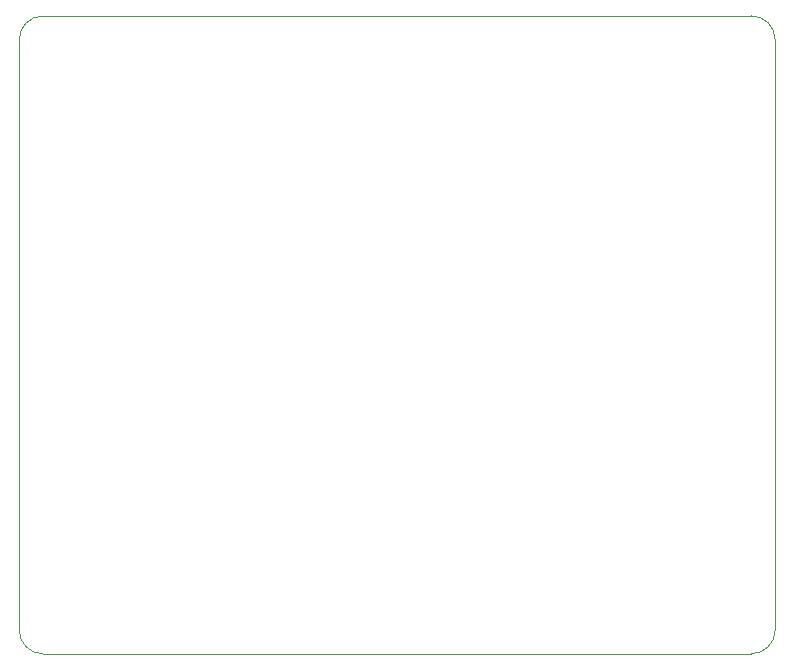
<source format=gbr>
%TF.GenerationSoftware,KiCad,Pcbnew,8.0.7*%
%TF.CreationDate,2025-04-27T20:59:37+03:00*%
%TF.ProjectId,data_logger_atmega_eeprom,64617461-5f6c-46f6-9767-65725f61746d,rev?*%
%TF.SameCoordinates,Original*%
%TF.FileFunction,Profile,NP*%
%FSLAX46Y46*%
G04 Gerber Fmt 4.6, Leading zero omitted, Abs format (unit mm)*
G04 Created by KiCad (PCBNEW 8.0.7) date 2025-04-27 20:59:37*
%MOMM*%
%LPD*%
G01*
G04 APERTURE LIST*
%TA.AperFunction,Profile*%
%ADD10C,0.050000*%
%TD*%
G04 APERTURE END LIST*
D10*
X124905786Y-100204214D02*
G75*
G02*
X122905786Y-98204214I-1J1999999D01*
G01*
X186905786Y-98204214D02*
G75*
G02*
X184905786Y-100204214I-1999999J-1D01*
G01*
X122905786Y-48204214D02*
G75*
G02*
X124905786Y-46204214I1999999J1D01*
G01*
X184905786Y-46204214D02*
G75*
G02*
X186905786Y-48204214I1J-1999999D01*
G01*
X186905786Y-98204214D02*
X186905786Y-48204214D01*
X124905786Y-100204214D02*
X184905786Y-100204214D01*
X122905786Y-48204214D02*
X122905786Y-98204214D01*
X124905786Y-46204214D02*
X184905786Y-46204214D01*
M02*

</source>
